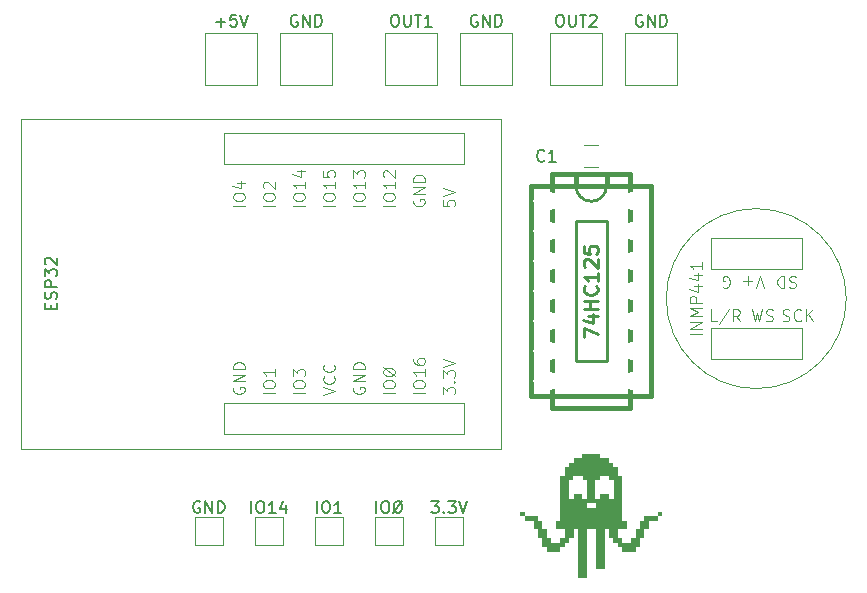
<source format=gto>
%TF.GenerationSoftware,KiCad,Pcbnew,7.0.2*%
%TF.CreationDate,2023-05-01T19:45:28-04:00*%
%TF.ProjectId,esp32cam,65737033-3263-4616-9d2e-6b696361645f,rev?*%
%TF.SameCoordinates,Original*%
%TF.FileFunction,Legend,Top*%
%TF.FilePolarity,Positive*%
%FSLAX46Y46*%
G04 Gerber Fmt 4.6, Leading zero omitted, Abs format (unit mm)*
G04 Created by KiCad (PCBNEW 7.0.2) date 2023-05-01 19:45:28*
%MOMM*%
%LPD*%
G01*
G04 APERTURE LIST*
%ADD10C,0.150000*%
%ADD11C,0.100000*%
%ADD12C,0.240000*%
%ADD13C,0.120000*%
%ADD14C,0.381000*%
%ADD15C,0.254000*%
%ADD16R,2.000000X2.000000*%
%ADD17C,8.000000*%
%ADD18R,4.000000X4.000000*%
%ADD19R,1.700000X1.700000*%
%ADD20O,1.700000X1.700000*%
%ADD21C,1.700000*%
%ADD22C,1.600000*%
%ADD23O,2.200000X1.500000*%
G04 APERTURE END LIST*
D10*
%TO.C,3.3V*%
X123618810Y-88269619D02*
X124237857Y-88269619D01*
X124237857Y-88269619D02*
X123904524Y-88650571D01*
X123904524Y-88650571D02*
X124047381Y-88650571D01*
X124047381Y-88650571D02*
X124142619Y-88698190D01*
X124142619Y-88698190D02*
X124190238Y-88745809D01*
X124190238Y-88745809D02*
X124237857Y-88841047D01*
X124237857Y-88841047D02*
X124237857Y-89079142D01*
X124237857Y-89079142D02*
X124190238Y-89174380D01*
X124190238Y-89174380D02*
X124142619Y-89222000D01*
X124142619Y-89222000D02*
X124047381Y-89269619D01*
X124047381Y-89269619D02*
X123761667Y-89269619D01*
X123761667Y-89269619D02*
X123666429Y-89222000D01*
X123666429Y-89222000D02*
X123618810Y-89174380D01*
X124666429Y-89174380D02*
X124714048Y-89222000D01*
X124714048Y-89222000D02*
X124666429Y-89269619D01*
X124666429Y-89269619D02*
X124618810Y-89222000D01*
X124618810Y-89222000D02*
X124666429Y-89174380D01*
X124666429Y-89174380D02*
X124666429Y-89269619D01*
X125047381Y-88269619D02*
X125666428Y-88269619D01*
X125666428Y-88269619D02*
X125333095Y-88650571D01*
X125333095Y-88650571D02*
X125475952Y-88650571D01*
X125475952Y-88650571D02*
X125571190Y-88698190D01*
X125571190Y-88698190D02*
X125618809Y-88745809D01*
X125618809Y-88745809D02*
X125666428Y-88841047D01*
X125666428Y-88841047D02*
X125666428Y-89079142D01*
X125666428Y-89079142D02*
X125618809Y-89174380D01*
X125618809Y-89174380D02*
X125571190Y-89222000D01*
X125571190Y-89222000D02*
X125475952Y-89269619D01*
X125475952Y-89269619D02*
X125190238Y-89269619D01*
X125190238Y-89269619D02*
X125095000Y-89222000D01*
X125095000Y-89222000D02*
X125047381Y-89174380D01*
X125952143Y-88269619D02*
X126285476Y-89269619D01*
X126285476Y-89269619D02*
X126618809Y-88269619D01*
%TO.C,IO\u00D8*%
X118967381Y-89269619D02*
X118967381Y-88269619D01*
X119634047Y-88269619D02*
X119824523Y-88269619D01*
X119824523Y-88269619D02*
X119919761Y-88317238D01*
X119919761Y-88317238D02*
X120014999Y-88412476D01*
X120014999Y-88412476D02*
X120062618Y-88602952D01*
X120062618Y-88602952D02*
X120062618Y-88936285D01*
X120062618Y-88936285D02*
X120014999Y-89126761D01*
X120014999Y-89126761D02*
X119919761Y-89222000D01*
X119919761Y-89222000D02*
X119824523Y-89269619D01*
X119824523Y-89269619D02*
X119634047Y-89269619D01*
X119634047Y-89269619D02*
X119538809Y-89222000D01*
X119538809Y-89222000D02*
X119443571Y-89126761D01*
X119443571Y-89126761D02*
X119395952Y-88936285D01*
X119395952Y-88936285D02*
X119395952Y-88602952D01*
X119395952Y-88602952D02*
X119443571Y-88412476D01*
X119443571Y-88412476D02*
X119538809Y-88317238D01*
X119538809Y-88317238D02*
X119634047Y-88269619D01*
X121157856Y-88269619D02*
X120395952Y-89269619D01*
X120681666Y-89269619D02*
X120586428Y-89222000D01*
X120586428Y-89222000D02*
X120491190Y-89126761D01*
X120491190Y-89126761D02*
X120443571Y-88936285D01*
X120443571Y-88936285D02*
X120443571Y-88602952D01*
X120443571Y-88602952D02*
X120491190Y-88412476D01*
X120491190Y-88412476D02*
X120586428Y-88317238D01*
X120586428Y-88317238D02*
X120681666Y-88269619D01*
X120681666Y-88269619D02*
X120872142Y-88269619D01*
X120872142Y-88269619D02*
X120967380Y-88317238D01*
X120967380Y-88317238D02*
X121062618Y-88412476D01*
X121062618Y-88412476D02*
X121110237Y-88602952D01*
X121110237Y-88602952D02*
X121110237Y-88936285D01*
X121110237Y-88936285D02*
X121062618Y-89126761D01*
X121062618Y-89126761D02*
X120967380Y-89222000D01*
X120967380Y-89222000D02*
X120872142Y-89269619D01*
X120872142Y-89269619D02*
X120681666Y-89269619D01*
%TO.C,IO14*%
X108378810Y-89269619D02*
X108378810Y-88269619D01*
X109045476Y-88269619D02*
X109235952Y-88269619D01*
X109235952Y-88269619D02*
X109331190Y-88317238D01*
X109331190Y-88317238D02*
X109426428Y-88412476D01*
X109426428Y-88412476D02*
X109474047Y-88602952D01*
X109474047Y-88602952D02*
X109474047Y-88936285D01*
X109474047Y-88936285D02*
X109426428Y-89126761D01*
X109426428Y-89126761D02*
X109331190Y-89222000D01*
X109331190Y-89222000D02*
X109235952Y-89269619D01*
X109235952Y-89269619D02*
X109045476Y-89269619D01*
X109045476Y-89269619D02*
X108950238Y-89222000D01*
X108950238Y-89222000D02*
X108855000Y-89126761D01*
X108855000Y-89126761D02*
X108807381Y-88936285D01*
X108807381Y-88936285D02*
X108807381Y-88602952D01*
X108807381Y-88602952D02*
X108855000Y-88412476D01*
X108855000Y-88412476D02*
X108950238Y-88317238D01*
X108950238Y-88317238D02*
X109045476Y-88269619D01*
X110426428Y-89269619D02*
X109855000Y-89269619D01*
X110140714Y-89269619D02*
X110140714Y-88269619D01*
X110140714Y-88269619D02*
X110045476Y-88412476D01*
X110045476Y-88412476D02*
X109950238Y-88507714D01*
X109950238Y-88507714D02*
X109855000Y-88555333D01*
X111283571Y-88602952D02*
X111283571Y-89269619D01*
X111045476Y-88222000D02*
X110807381Y-88936285D01*
X110807381Y-88936285D02*
X111426428Y-88936285D01*
%TO.C,GND*%
X141478095Y-47135238D02*
X141382857Y-47087619D01*
X141382857Y-47087619D02*
X141240000Y-47087619D01*
X141240000Y-47087619D02*
X141097143Y-47135238D01*
X141097143Y-47135238D02*
X141001905Y-47230476D01*
X141001905Y-47230476D02*
X140954286Y-47325714D01*
X140954286Y-47325714D02*
X140906667Y-47516190D01*
X140906667Y-47516190D02*
X140906667Y-47659047D01*
X140906667Y-47659047D02*
X140954286Y-47849523D01*
X140954286Y-47849523D02*
X141001905Y-47944761D01*
X141001905Y-47944761D02*
X141097143Y-48040000D01*
X141097143Y-48040000D02*
X141240000Y-48087619D01*
X141240000Y-48087619D02*
X141335238Y-48087619D01*
X141335238Y-48087619D02*
X141478095Y-48040000D01*
X141478095Y-48040000D02*
X141525714Y-47992380D01*
X141525714Y-47992380D02*
X141525714Y-47659047D01*
X141525714Y-47659047D02*
X141335238Y-47659047D01*
X141954286Y-48087619D02*
X141954286Y-47087619D01*
X141954286Y-47087619D02*
X142525714Y-48087619D01*
X142525714Y-48087619D02*
X142525714Y-47087619D01*
X143001905Y-48087619D02*
X143001905Y-47087619D01*
X143001905Y-47087619D02*
X143240000Y-47087619D01*
X143240000Y-47087619D02*
X143382857Y-47135238D01*
X143382857Y-47135238D02*
X143478095Y-47230476D01*
X143478095Y-47230476D02*
X143525714Y-47325714D01*
X143525714Y-47325714D02*
X143573333Y-47516190D01*
X143573333Y-47516190D02*
X143573333Y-47659047D01*
X143573333Y-47659047D02*
X143525714Y-47849523D01*
X143525714Y-47849523D02*
X143478095Y-47944761D01*
X143478095Y-47944761D02*
X143382857Y-48040000D01*
X143382857Y-48040000D02*
X143240000Y-48087619D01*
X143240000Y-48087619D02*
X143001905Y-48087619D01*
%TO.C,+5V*%
X105394286Y-47706666D02*
X106156191Y-47706666D01*
X105775238Y-48087619D02*
X105775238Y-47325714D01*
X107108571Y-47087619D02*
X106632381Y-47087619D01*
X106632381Y-47087619D02*
X106584762Y-47563809D01*
X106584762Y-47563809D02*
X106632381Y-47516190D01*
X106632381Y-47516190D02*
X106727619Y-47468571D01*
X106727619Y-47468571D02*
X106965714Y-47468571D01*
X106965714Y-47468571D02*
X107060952Y-47516190D01*
X107060952Y-47516190D02*
X107108571Y-47563809D01*
X107108571Y-47563809D02*
X107156190Y-47659047D01*
X107156190Y-47659047D02*
X107156190Y-47897142D01*
X107156190Y-47897142D02*
X107108571Y-47992380D01*
X107108571Y-47992380D02*
X107060952Y-48040000D01*
X107060952Y-48040000D02*
X106965714Y-48087619D01*
X106965714Y-48087619D02*
X106727619Y-48087619D01*
X106727619Y-48087619D02*
X106632381Y-48040000D01*
X106632381Y-48040000D02*
X106584762Y-47992380D01*
X107441905Y-47087619D02*
X107775238Y-48087619D01*
X107775238Y-48087619D02*
X108108571Y-47087619D01*
%TO.C,OUT1*%
X120443809Y-47087619D02*
X120634285Y-47087619D01*
X120634285Y-47087619D02*
X120729523Y-47135238D01*
X120729523Y-47135238D02*
X120824761Y-47230476D01*
X120824761Y-47230476D02*
X120872380Y-47420952D01*
X120872380Y-47420952D02*
X120872380Y-47754285D01*
X120872380Y-47754285D02*
X120824761Y-47944761D01*
X120824761Y-47944761D02*
X120729523Y-48040000D01*
X120729523Y-48040000D02*
X120634285Y-48087619D01*
X120634285Y-48087619D02*
X120443809Y-48087619D01*
X120443809Y-48087619D02*
X120348571Y-48040000D01*
X120348571Y-48040000D02*
X120253333Y-47944761D01*
X120253333Y-47944761D02*
X120205714Y-47754285D01*
X120205714Y-47754285D02*
X120205714Y-47420952D01*
X120205714Y-47420952D02*
X120253333Y-47230476D01*
X120253333Y-47230476D02*
X120348571Y-47135238D01*
X120348571Y-47135238D02*
X120443809Y-47087619D01*
X121300952Y-47087619D02*
X121300952Y-47897142D01*
X121300952Y-47897142D02*
X121348571Y-47992380D01*
X121348571Y-47992380D02*
X121396190Y-48040000D01*
X121396190Y-48040000D02*
X121491428Y-48087619D01*
X121491428Y-48087619D02*
X121681904Y-48087619D01*
X121681904Y-48087619D02*
X121777142Y-48040000D01*
X121777142Y-48040000D02*
X121824761Y-47992380D01*
X121824761Y-47992380D02*
X121872380Y-47897142D01*
X121872380Y-47897142D02*
X121872380Y-47087619D01*
X122205714Y-47087619D02*
X122777142Y-47087619D01*
X122491428Y-48087619D02*
X122491428Y-47087619D01*
X123634285Y-48087619D02*
X123062857Y-48087619D01*
X123348571Y-48087619D02*
X123348571Y-47087619D01*
X123348571Y-47087619D02*
X123253333Y-47230476D01*
X123253333Y-47230476D02*
X123158095Y-47325714D01*
X123158095Y-47325714D02*
X123062857Y-47373333D01*
%TO.C,ESP32*%
X91378809Y-71992856D02*
X91378809Y-71659523D01*
X91902619Y-71516666D02*
X91902619Y-71992856D01*
X91902619Y-71992856D02*
X90902619Y-71992856D01*
X90902619Y-71992856D02*
X90902619Y-71516666D01*
X91855000Y-71135713D02*
X91902619Y-70992856D01*
X91902619Y-70992856D02*
X91902619Y-70754761D01*
X91902619Y-70754761D02*
X91855000Y-70659523D01*
X91855000Y-70659523D02*
X91807380Y-70611904D01*
X91807380Y-70611904D02*
X91712142Y-70564285D01*
X91712142Y-70564285D02*
X91616904Y-70564285D01*
X91616904Y-70564285D02*
X91521666Y-70611904D01*
X91521666Y-70611904D02*
X91474047Y-70659523D01*
X91474047Y-70659523D02*
X91426428Y-70754761D01*
X91426428Y-70754761D02*
X91378809Y-70945237D01*
X91378809Y-70945237D02*
X91331190Y-71040475D01*
X91331190Y-71040475D02*
X91283571Y-71088094D01*
X91283571Y-71088094D02*
X91188333Y-71135713D01*
X91188333Y-71135713D02*
X91093095Y-71135713D01*
X91093095Y-71135713D02*
X90997857Y-71088094D01*
X90997857Y-71088094D02*
X90950238Y-71040475D01*
X90950238Y-71040475D02*
X90902619Y-70945237D01*
X90902619Y-70945237D02*
X90902619Y-70707142D01*
X90902619Y-70707142D02*
X90950238Y-70564285D01*
X91902619Y-70135713D02*
X90902619Y-70135713D01*
X90902619Y-70135713D02*
X90902619Y-69754761D01*
X90902619Y-69754761D02*
X90950238Y-69659523D01*
X90950238Y-69659523D02*
X90997857Y-69611904D01*
X90997857Y-69611904D02*
X91093095Y-69564285D01*
X91093095Y-69564285D02*
X91235952Y-69564285D01*
X91235952Y-69564285D02*
X91331190Y-69611904D01*
X91331190Y-69611904D02*
X91378809Y-69659523D01*
X91378809Y-69659523D02*
X91426428Y-69754761D01*
X91426428Y-69754761D02*
X91426428Y-70135713D01*
X90902619Y-69230951D02*
X90902619Y-68611904D01*
X90902619Y-68611904D02*
X91283571Y-68945237D01*
X91283571Y-68945237D02*
X91283571Y-68802380D01*
X91283571Y-68802380D02*
X91331190Y-68707142D01*
X91331190Y-68707142D02*
X91378809Y-68659523D01*
X91378809Y-68659523D02*
X91474047Y-68611904D01*
X91474047Y-68611904D02*
X91712142Y-68611904D01*
X91712142Y-68611904D02*
X91807380Y-68659523D01*
X91807380Y-68659523D02*
X91855000Y-68707142D01*
X91855000Y-68707142D02*
X91902619Y-68802380D01*
X91902619Y-68802380D02*
X91902619Y-69088094D01*
X91902619Y-69088094D02*
X91855000Y-69183332D01*
X91855000Y-69183332D02*
X91807380Y-69230951D01*
X90997857Y-68230951D02*
X90950238Y-68183332D01*
X90950238Y-68183332D02*
X90902619Y-68088094D01*
X90902619Y-68088094D02*
X90902619Y-67849999D01*
X90902619Y-67849999D02*
X90950238Y-67754761D01*
X90950238Y-67754761D02*
X90997857Y-67707142D01*
X90997857Y-67707142D02*
X91093095Y-67659523D01*
X91093095Y-67659523D02*
X91188333Y-67659523D01*
X91188333Y-67659523D02*
X91331190Y-67707142D01*
X91331190Y-67707142D02*
X91902619Y-68278570D01*
X91902619Y-68278570D02*
X91902619Y-67659523D01*
D11*
X117987619Y-63261904D02*
X116987619Y-63261904D01*
X116987619Y-62595238D02*
X116987619Y-62404762D01*
X116987619Y-62404762D02*
X117035238Y-62309524D01*
X117035238Y-62309524D02*
X117130476Y-62214286D01*
X117130476Y-62214286D02*
X117320952Y-62166667D01*
X117320952Y-62166667D02*
X117654285Y-62166667D01*
X117654285Y-62166667D02*
X117844761Y-62214286D01*
X117844761Y-62214286D02*
X117940000Y-62309524D01*
X117940000Y-62309524D02*
X117987619Y-62404762D01*
X117987619Y-62404762D02*
X117987619Y-62595238D01*
X117987619Y-62595238D02*
X117940000Y-62690476D01*
X117940000Y-62690476D02*
X117844761Y-62785714D01*
X117844761Y-62785714D02*
X117654285Y-62833333D01*
X117654285Y-62833333D02*
X117320952Y-62833333D01*
X117320952Y-62833333D02*
X117130476Y-62785714D01*
X117130476Y-62785714D02*
X117035238Y-62690476D01*
X117035238Y-62690476D02*
X116987619Y-62595238D01*
X117987619Y-61214286D02*
X117987619Y-61785714D01*
X117987619Y-61500000D02*
X116987619Y-61500000D01*
X116987619Y-61500000D02*
X117130476Y-61595238D01*
X117130476Y-61595238D02*
X117225714Y-61690476D01*
X117225714Y-61690476D02*
X117273333Y-61785714D01*
X116987619Y-60880952D02*
X116987619Y-60261905D01*
X116987619Y-60261905D02*
X117368571Y-60595238D01*
X117368571Y-60595238D02*
X117368571Y-60452381D01*
X117368571Y-60452381D02*
X117416190Y-60357143D01*
X117416190Y-60357143D02*
X117463809Y-60309524D01*
X117463809Y-60309524D02*
X117559047Y-60261905D01*
X117559047Y-60261905D02*
X117797142Y-60261905D01*
X117797142Y-60261905D02*
X117892380Y-60309524D01*
X117892380Y-60309524D02*
X117940000Y-60357143D01*
X117940000Y-60357143D02*
X117987619Y-60452381D01*
X117987619Y-60452381D02*
X117987619Y-60738095D01*
X117987619Y-60738095D02*
X117940000Y-60833333D01*
X117940000Y-60833333D02*
X117892380Y-60880952D01*
X112907619Y-63261904D02*
X111907619Y-63261904D01*
X111907619Y-62595238D02*
X111907619Y-62404762D01*
X111907619Y-62404762D02*
X111955238Y-62309524D01*
X111955238Y-62309524D02*
X112050476Y-62214286D01*
X112050476Y-62214286D02*
X112240952Y-62166667D01*
X112240952Y-62166667D02*
X112574285Y-62166667D01*
X112574285Y-62166667D02*
X112764761Y-62214286D01*
X112764761Y-62214286D02*
X112860000Y-62309524D01*
X112860000Y-62309524D02*
X112907619Y-62404762D01*
X112907619Y-62404762D02*
X112907619Y-62595238D01*
X112907619Y-62595238D02*
X112860000Y-62690476D01*
X112860000Y-62690476D02*
X112764761Y-62785714D01*
X112764761Y-62785714D02*
X112574285Y-62833333D01*
X112574285Y-62833333D02*
X112240952Y-62833333D01*
X112240952Y-62833333D02*
X112050476Y-62785714D01*
X112050476Y-62785714D02*
X111955238Y-62690476D01*
X111955238Y-62690476D02*
X111907619Y-62595238D01*
X112907619Y-61214286D02*
X112907619Y-61785714D01*
X112907619Y-61500000D02*
X111907619Y-61500000D01*
X111907619Y-61500000D02*
X112050476Y-61595238D01*
X112050476Y-61595238D02*
X112145714Y-61690476D01*
X112145714Y-61690476D02*
X112193333Y-61785714D01*
X112240952Y-60357143D02*
X112907619Y-60357143D01*
X111860000Y-60595238D02*
X112574285Y-60833333D01*
X112574285Y-60833333D02*
X112574285Y-60214286D01*
X112907619Y-79136904D02*
X111907619Y-79136904D01*
X111907619Y-78470238D02*
X111907619Y-78279762D01*
X111907619Y-78279762D02*
X111955238Y-78184524D01*
X111955238Y-78184524D02*
X112050476Y-78089286D01*
X112050476Y-78089286D02*
X112240952Y-78041667D01*
X112240952Y-78041667D02*
X112574285Y-78041667D01*
X112574285Y-78041667D02*
X112764761Y-78089286D01*
X112764761Y-78089286D02*
X112860000Y-78184524D01*
X112860000Y-78184524D02*
X112907619Y-78279762D01*
X112907619Y-78279762D02*
X112907619Y-78470238D01*
X112907619Y-78470238D02*
X112860000Y-78565476D01*
X112860000Y-78565476D02*
X112764761Y-78660714D01*
X112764761Y-78660714D02*
X112574285Y-78708333D01*
X112574285Y-78708333D02*
X112240952Y-78708333D01*
X112240952Y-78708333D02*
X112050476Y-78660714D01*
X112050476Y-78660714D02*
X111955238Y-78565476D01*
X111955238Y-78565476D02*
X111907619Y-78470238D01*
X111907619Y-77708333D02*
X111907619Y-77089286D01*
X111907619Y-77089286D02*
X112288571Y-77422619D01*
X112288571Y-77422619D02*
X112288571Y-77279762D01*
X112288571Y-77279762D02*
X112336190Y-77184524D01*
X112336190Y-77184524D02*
X112383809Y-77136905D01*
X112383809Y-77136905D02*
X112479047Y-77089286D01*
X112479047Y-77089286D02*
X112717142Y-77089286D01*
X112717142Y-77089286D02*
X112812380Y-77136905D01*
X112812380Y-77136905D02*
X112860000Y-77184524D01*
X112860000Y-77184524D02*
X112907619Y-77279762D01*
X112907619Y-77279762D02*
X112907619Y-77565476D01*
X112907619Y-77565476D02*
X112860000Y-77660714D01*
X112860000Y-77660714D02*
X112812380Y-77708333D01*
X110367619Y-79136904D02*
X109367619Y-79136904D01*
X109367619Y-78470238D02*
X109367619Y-78279762D01*
X109367619Y-78279762D02*
X109415238Y-78184524D01*
X109415238Y-78184524D02*
X109510476Y-78089286D01*
X109510476Y-78089286D02*
X109700952Y-78041667D01*
X109700952Y-78041667D02*
X110034285Y-78041667D01*
X110034285Y-78041667D02*
X110224761Y-78089286D01*
X110224761Y-78089286D02*
X110320000Y-78184524D01*
X110320000Y-78184524D02*
X110367619Y-78279762D01*
X110367619Y-78279762D02*
X110367619Y-78470238D01*
X110367619Y-78470238D02*
X110320000Y-78565476D01*
X110320000Y-78565476D02*
X110224761Y-78660714D01*
X110224761Y-78660714D02*
X110034285Y-78708333D01*
X110034285Y-78708333D02*
X109700952Y-78708333D01*
X109700952Y-78708333D02*
X109510476Y-78660714D01*
X109510476Y-78660714D02*
X109415238Y-78565476D01*
X109415238Y-78565476D02*
X109367619Y-78470238D01*
X110367619Y-77089286D02*
X110367619Y-77660714D01*
X110367619Y-77375000D02*
X109367619Y-77375000D01*
X109367619Y-77375000D02*
X109510476Y-77470238D01*
X109510476Y-77470238D02*
X109605714Y-77565476D01*
X109605714Y-77565476D02*
X109653333Y-77660714D01*
X120527619Y-79136904D02*
X119527619Y-79136904D01*
X119527619Y-78470238D02*
X119527619Y-78279762D01*
X119527619Y-78279762D02*
X119575238Y-78184524D01*
X119575238Y-78184524D02*
X119670476Y-78089286D01*
X119670476Y-78089286D02*
X119860952Y-78041667D01*
X119860952Y-78041667D02*
X120194285Y-78041667D01*
X120194285Y-78041667D02*
X120384761Y-78089286D01*
X120384761Y-78089286D02*
X120480000Y-78184524D01*
X120480000Y-78184524D02*
X120527619Y-78279762D01*
X120527619Y-78279762D02*
X120527619Y-78470238D01*
X120527619Y-78470238D02*
X120480000Y-78565476D01*
X120480000Y-78565476D02*
X120384761Y-78660714D01*
X120384761Y-78660714D02*
X120194285Y-78708333D01*
X120194285Y-78708333D02*
X119860952Y-78708333D01*
X119860952Y-78708333D02*
X119670476Y-78660714D01*
X119670476Y-78660714D02*
X119575238Y-78565476D01*
X119575238Y-78565476D02*
X119527619Y-78470238D01*
X119527619Y-76946429D02*
X120527619Y-77708333D01*
X120527619Y-77422619D02*
X120480000Y-77517857D01*
X120480000Y-77517857D02*
X120384761Y-77613095D01*
X120384761Y-77613095D02*
X120194285Y-77660714D01*
X120194285Y-77660714D02*
X119860952Y-77660714D01*
X119860952Y-77660714D02*
X119670476Y-77613095D01*
X119670476Y-77613095D02*
X119575238Y-77517857D01*
X119575238Y-77517857D02*
X119527619Y-77422619D01*
X119527619Y-77422619D02*
X119527619Y-77232143D01*
X119527619Y-77232143D02*
X119575238Y-77136905D01*
X119575238Y-77136905D02*
X119670476Y-77041667D01*
X119670476Y-77041667D02*
X119860952Y-76994048D01*
X119860952Y-76994048D02*
X120194285Y-76994048D01*
X120194285Y-76994048D02*
X120384761Y-77041667D01*
X120384761Y-77041667D02*
X120480000Y-77136905D01*
X120480000Y-77136905D02*
X120527619Y-77232143D01*
X120527619Y-77232143D02*
X120527619Y-77422619D01*
X124607619Y-79232142D02*
X124607619Y-78613095D01*
X124607619Y-78613095D02*
X124988571Y-78946428D01*
X124988571Y-78946428D02*
X124988571Y-78803571D01*
X124988571Y-78803571D02*
X125036190Y-78708333D01*
X125036190Y-78708333D02*
X125083809Y-78660714D01*
X125083809Y-78660714D02*
X125179047Y-78613095D01*
X125179047Y-78613095D02*
X125417142Y-78613095D01*
X125417142Y-78613095D02*
X125512380Y-78660714D01*
X125512380Y-78660714D02*
X125560000Y-78708333D01*
X125560000Y-78708333D02*
X125607619Y-78803571D01*
X125607619Y-78803571D02*
X125607619Y-79089285D01*
X125607619Y-79089285D02*
X125560000Y-79184523D01*
X125560000Y-79184523D02*
X125512380Y-79232142D01*
X125512380Y-78184523D02*
X125560000Y-78136904D01*
X125560000Y-78136904D02*
X125607619Y-78184523D01*
X125607619Y-78184523D02*
X125560000Y-78232142D01*
X125560000Y-78232142D02*
X125512380Y-78184523D01*
X125512380Y-78184523D02*
X125607619Y-78184523D01*
X124607619Y-77803571D02*
X124607619Y-77184524D01*
X124607619Y-77184524D02*
X124988571Y-77517857D01*
X124988571Y-77517857D02*
X124988571Y-77375000D01*
X124988571Y-77375000D02*
X125036190Y-77279762D01*
X125036190Y-77279762D02*
X125083809Y-77232143D01*
X125083809Y-77232143D02*
X125179047Y-77184524D01*
X125179047Y-77184524D02*
X125417142Y-77184524D01*
X125417142Y-77184524D02*
X125512380Y-77232143D01*
X125512380Y-77232143D02*
X125560000Y-77279762D01*
X125560000Y-77279762D02*
X125607619Y-77375000D01*
X125607619Y-77375000D02*
X125607619Y-77660714D01*
X125607619Y-77660714D02*
X125560000Y-77755952D01*
X125560000Y-77755952D02*
X125512380Y-77803571D01*
X124607619Y-76898809D02*
X125607619Y-76565476D01*
X125607619Y-76565476D02*
X124607619Y-76232143D01*
X114447619Y-79279761D02*
X115447619Y-78946428D01*
X115447619Y-78946428D02*
X114447619Y-78613095D01*
X115352380Y-77708333D02*
X115400000Y-77755952D01*
X115400000Y-77755952D02*
X115447619Y-77898809D01*
X115447619Y-77898809D02*
X115447619Y-77994047D01*
X115447619Y-77994047D02*
X115400000Y-78136904D01*
X115400000Y-78136904D02*
X115304761Y-78232142D01*
X115304761Y-78232142D02*
X115209523Y-78279761D01*
X115209523Y-78279761D02*
X115019047Y-78327380D01*
X115019047Y-78327380D02*
X114876190Y-78327380D01*
X114876190Y-78327380D02*
X114685714Y-78279761D01*
X114685714Y-78279761D02*
X114590476Y-78232142D01*
X114590476Y-78232142D02*
X114495238Y-78136904D01*
X114495238Y-78136904D02*
X114447619Y-77994047D01*
X114447619Y-77994047D02*
X114447619Y-77898809D01*
X114447619Y-77898809D02*
X114495238Y-77755952D01*
X114495238Y-77755952D02*
X114542857Y-77708333D01*
X115352380Y-76708333D02*
X115400000Y-76755952D01*
X115400000Y-76755952D02*
X115447619Y-76898809D01*
X115447619Y-76898809D02*
X115447619Y-76994047D01*
X115447619Y-76994047D02*
X115400000Y-77136904D01*
X115400000Y-77136904D02*
X115304761Y-77232142D01*
X115304761Y-77232142D02*
X115209523Y-77279761D01*
X115209523Y-77279761D02*
X115019047Y-77327380D01*
X115019047Y-77327380D02*
X114876190Y-77327380D01*
X114876190Y-77327380D02*
X114685714Y-77279761D01*
X114685714Y-77279761D02*
X114590476Y-77232142D01*
X114590476Y-77232142D02*
X114495238Y-77136904D01*
X114495238Y-77136904D02*
X114447619Y-76994047D01*
X114447619Y-76994047D02*
X114447619Y-76898809D01*
X114447619Y-76898809D02*
X114495238Y-76755952D01*
X114495238Y-76755952D02*
X114542857Y-76708333D01*
X120527619Y-63261904D02*
X119527619Y-63261904D01*
X119527619Y-62595238D02*
X119527619Y-62404762D01*
X119527619Y-62404762D02*
X119575238Y-62309524D01*
X119575238Y-62309524D02*
X119670476Y-62214286D01*
X119670476Y-62214286D02*
X119860952Y-62166667D01*
X119860952Y-62166667D02*
X120194285Y-62166667D01*
X120194285Y-62166667D02*
X120384761Y-62214286D01*
X120384761Y-62214286D02*
X120480000Y-62309524D01*
X120480000Y-62309524D02*
X120527619Y-62404762D01*
X120527619Y-62404762D02*
X120527619Y-62595238D01*
X120527619Y-62595238D02*
X120480000Y-62690476D01*
X120480000Y-62690476D02*
X120384761Y-62785714D01*
X120384761Y-62785714D02*
X120194285Y-62833333D01*
X120194285Y-62833333D02*
X119860952Y-62833333D01*
X119860952Y-62833333D02*
X119670476Y-62785714D01*
X119670476Y-62785714D02*
X119575238Y-62690476D01*
X119575238Y-62690476D02*
X119527619Y-62595238D01*
X120527619Y-61214286D02*
X120527619Y-61785714D01*
X120527619Y-61500000D02*
X119527619Y-61500000D01*
X119527619Y-61500000D02*
X119670476Y-61595238D01*
X119670476Y-61595238D02*
X119765714Y-61690476D01*
X119765714Y-61690476D02*
X119813333Y-61785714D01*
X119622857Y-60833333D02*
X119575238Y-60785714D01*
X119575238Y-60785714D02*
X119527619Y-60690476D01*
X119527619Y-60690476D02*
X119527619Y-60452381D01*
X119527619Y-60452381D02*
X119575238Y-60357143D01*
X119575238Y-60357143D02*
X119622857Y-60309524D01*
X119622857Y-60309524D02*
X119718095Y-60261905D01*
X119718095Y-60261905D02*
X119813333Y-60261905D01*
X119813333Y-60261905D02*
X119956190Y-60309524D01*
X119956190Y-60309524D02*
X120527619Y-60880952D01*
X120527619Y-60880952D02*
X120527619Y-60261905D01*
X117035238Y-78613095D02*
X116987619Y-78708333D01*
X116987619Y-78708333D02*
X116987619Y-78851190D01*
X116987619Y-78851190D02*
X117035238Y-78994047D01*
X117035238Y-78994047D02*
X117130476Y-79089285D01*
X117130476Y-79089285D02*
X117225714Y-79136904D01*
X117225714Y-79136904D02*
X117416190Y-79184523D01*
X117416190Y-79184523D02*
X117559047Y-79184523D01*
X117559047Y-79184523D02*
X117749523Y-79136904D01*
X117749523Y-79136904D02*
X117844761Y-79089285D01*
X117844761Y-79089285D02*
X117940000Y-78994047D01*
X117940000Y-78994047D02*
X117987619Y-78851190D01*
X117987619Y-78851190D02*
X117987619Y-78755952D01*
X117987619Y-78755952D02*
X117940000Y-78613095D01*
X117940000Y-78613095D02*
X117892380Y-78565476D01*
X117892380Y-78565476D02*
X117559047Y-78565476D01*
X117559047Y-78565476D02*
X117559047Y-78755952D01*
X117987619Y-78136904D02*
X116987619Y-78136904D01*
X116987619Y-78136904D02*
X117987619Y-77565476D01*
X117987619Y-77565476D02*
X116987619Y-77565476D01*
X117987619Y-77089285D02*
X116987619Y-77089285D01*
X116987619Y-77089285D02*
X116987619Y-76851190D01*
X116987619Y-76851190D02*
X117035238Y-76708333D01*
X117035238Y-76708333D02*
X117130476Y-76613095D01*
X117130476Y-76613095D02*
X117225714Y-76565476D01*
X117225714Y-76565476D02*
X117416190Y-76517857D01*
X117416190Y-76517857D02*
X117559047Y-76517857D01*
X117559047Y-76517857D02*
X117749523Y-76565476D01*
X117749523Y-76565476D02*
X117844761Y-76613095D01*
X117844761Y-76613095D02*
X117940000Y-76708333D01*
X117940000Y-76708333D02*
X117987619Y-76851190D01*
X117987619Y-76851190D02*
X117987619Y-77089285D01*
X110367619Y-63261904D02*
X109367619Y-63261904D01*
X109367619Y-62595238D02*
X109367619Y-62404762D01*
X109367619Y-62404762D02*
X109415238Y-62309524D01*
X109415238Y-62309524D02*
X109510476Y-62214286D01*
X109510476Y-62214286D02*
X109700952Y-62166667D01*
X109700952Y-62166667D02*
X110034285Y-62166667D01*
X110034285Y-62166667D02*
X110224761Y-62214286D01*
X110224761Y-62214286D02*
X110320000Y-62309524D01*
X110320000Y-62309524D02*
X110367619Y-62404762D01*
X110367619Y-62404762D02*
X110367619Y-62595238D01*
X110367619Y-62595238D02*
X110320000Y-62690476D01*
X110320000Y-62690476D02*
X110224761Y-62785714D01*
X110224761Y-62785714D02*
X110034285Y-62833333D01*
X110034285Y-62833333D02*
X109700952Y-62833333D01*
X109700952Y-62833333D02*
X109510476Y-62785714D01*
X109510476Y-62785714D02*
X109415238Y-62690476D01*
X109415238Y-62690476D02*
X109367619Y-62595238D01*
X109462857Y-61785714D02*
X109415238Y-61738095D01*
X109415238Y-61738095D02*
X109367619Y-61642857D01*
X109367619Y-61642857D02*
X109367619Y-61404762D01*
X109367619Y-61404762D02*
X109415238Y-61309524D01*
X109415238Y-61309524D02*
X109462857Y-61261905D01*
X109462857Y-61261905D02*
X109558095Y-61214286D01*
X109558095Y-61214286D02*
X109653333Y-61214286D01*
X109653333Y-61214286D02*
X109796190Y-61261905D01*
X109796190Y-61261905D02*
X110367619Y-61833333D01*
X110367619Y-61833333D02*
X110367619Y-61214286D01*
X124607619Y-62785714D02*
X124607619Y-63261904D01*
X124607619Y-63261904D02*
X125083809Y-63309523D01*
X125083809Y-63309523D02*
X125036190Y-63261904D01*
X125036190Y-63261904D02*
X124988571Y-63166666D01*
X124988571Y-63166666D02*
X124988571Y-62928571D01*
X124988571Y-62928571D02*
X125036190Y-62833333D01*
X125036190Y-62833333D02*
X125083809Y-62785714D01*
X125083809Y-62785714D02*
X125179047Y-62738095D01*
X125179047Y-62738095D02*
X125417142Y-62738095D01*
X125417142Y-62738095D02*
X125512380Y-62785714D01*
X125512380Y-62785714D02*
X125560000Y-62833333D01*
X125560000Y-62833333D02*
X125607619Y-62928571D01*
X125607619Y-62928571D02*
X125607619Y-63166666D01*
X125607619Y-63166666D02*
X125560000Y-63261904D01*
X125560000Y-63261904D02*
X125512380Y-63309523D01*
X124607619Y-62452380D02*
X125607619Y-62119047D01*
X125607619Y-62119047D02*
X124607619Y-61785714D01*
X123067619Y-79136904D02*
X122067619Y-79136904D01*
X122067619Y-78470238D02*
X122067619Y-78279762D01*
X122067619Y-78279762D02*
X122115238Y-78184524D01*
X122115238Y-78184524D02*
X122210476Y-78089286D01*
X122210476Y-78089286D02*
X122400952Y-78041667D01*
X122400952Y-78041667D02*
X122734285Y-78041667D01*
X122734285Y-78041667D02*
X122924761Y-78089286D01*
X122924761Y-78089286D02*
X123020000Y-78184524D01*
X123020000Y-78184524D02*
X123067619Y-78279762D01*
X123067619Y-78279762D02*
X123067619Y-78470238D01*
X123067619Y-78470238D02*
X123020000Y-78565476D01*
X123020000Y-78565476D02*
X122924761Y-78660714D01*
X122924761Y-78660714D02*
X122734285Y-78708333D01*
X122734285Y-78708333D02*
X122400952Y-78708333D01*
X122400952Y-78708333D02*
X122210476Y-78660714D01*
X122210476Y-78660714D02*
X122115238Y-78565476D01*
X122115238Y-78565476D02*
X122067619Y-78470238D01*
X123067619Y-77089286D02*
X123067619Y-77660714D01*
X123067619Y-77375000D02*
X122067619Y-77375000D01*
X122067619Y-77375000D02*
X122210476Y-77470238D01*
X122210476Y-77470238D02*
X122305714Y-77565476D01*
X122305714Y-77565476D02*
X122353333Y-77660714D01*
X122067619Y-76232143D02*
X122067619Y-76422619D01*
X122067619Y-76422619D02*
X122115238Y-76517857D01*
X122115238Y-76517857D02*
X122162857Y-76565476D01*
X122162857Y-76565476D02*
X122305714Y-76660714D01*
X122305714Y-76660714D02*
X122496190Y-76708333D01*
X122496190Y-76708333D02*
X122877142Y-76708333D01*
X122877142Y-76708333D02*
X122972380Y-76660714D01*
X122972380Y-76660714D02*
X123020000Y-76613095D01*
X123020000Y-76613095D02*
X123067619Y-76517857D01*
X123067619Y-76517857D02*
X123067619Y-76327381D01*
X123067619Y-76327381D02*
X123020000Y-76232143D01*
X123020000Y-76232143D02*
X122972380Y-76184524D01*
X122972380Y-76184524D02*
X122877142Y-76136905D01*
X122877142Y-76136905D02*
X122639047Y-76136905D01*
X122639047Y-76136905D02*
X122543809Y-76184524D01*
X122543809Y-76184524D02*
X122496190Y-76232143D01*
X122496190Y-76232143D02*
X122448571Y-76327381D01*
X122448571Y-76327381D02*
X122448571Y-76517857D01*
X122448571Y-76517857D02*
X122496190Y-76613095D01*
X122496190Y-76613095D02*
X122543809Y-76660714D01*
X122543809Y-76660714D02*
X122639047Y-76708333D01*
X122115238Y-62738095D02*
X122067619Y-62833333D01*
X122067619Y-62833333D02*
X122067619Y-62976190D01*
X122067619Y-62976190D02*
X122115238Y-63119047D01*
X122115238Y-63119047D02*
X122210476Y-63214285D01*
X122210476Y-63214285D02*
X122305714Y-63261904D01*
X122305714Y-63261904D02*
X122496190Y-63309523D01*
X122496190Y-63309523D02*
X122639047Y-63309523D01*
X122639047Y-63309523D02*
X122829523Y-63261904D01*
X122829523Y-63261904D02*
X122924761Y-63214285D01*
X122924761Y-63214285D02*
X123020000Y-63119047D01*
X123020000Y-63119047D02*
X123067619Y-62976190D01*
X123067619Y-62976190D02*
X123067619Y-62880952D01*
X123067619Y-62880952D02*
X123020000Y-62738095D01*
X123020000Y-62738095D02*
X122972380Y-62690476D01*
X122972380Y-62690476D02*
X122639047Y-62690476D01*
X122639047Y-62690476D02*
X122639047Y-62880952D01*
X123067619Y-62261904D02*
X122067619Y-62261904D01*
X122067619Y-62261904D02*
X123067619Y-61690476D01*
X123067619Y-61690476D02*
X122067619Y-61690476D01*
X123067619Y-61214285D02*
X122067619Y-61214285D01*
X122067619Y-61214285D02*
X122067619Y-60976190D01*
X122067619Y-60976190D02*
X122115238Y-60833333D01*
X122115238Y-60833333D02*
X122210476Y-60738095D01*
X122210476Y-60738095D02*
X122305714Y-60690476D01*
X122305714Y-60690476D02*
X122496190Y-60642857D01*
X122496190Y-60642857D02*
X122639047Y-60642857D01*
X122639047Y-60642857D02*
X122829523Y-60690476D01*
X122829523Y-60690476D02*
X122924761Y-60738095D01*
X122924761Y-60738095D02*
X123020000Y-60833333D01*
X123020000Y-60833333D02*
X123067619Y-60976190D01*
X123067619Y-60976190D02*
X123067619Y-61214285D01*
X115447619Y-63261904D02*
X114447619Y-63261904D01*
X114447619Y-62595238D02*
X114447619Y-62404762D01*
X114447619Y-62404762D02*
X114495238Y-62309524D01*
X114495238Y-62309524D02*
X114590476Y-62214286D01*
X114590476Y-62214286D02*
X114780952Y-62166667D01*
X114780952Y-62166667D02*
X115114285Y-62166667D01*
X115114285Y-62166667D02*
X115304761Y-62214286D01*
X115304761Y-62214286D02*
X115400000Y-62309524D01*
X115400000Y-62309524D02*
X115447619Y-62404762D01*
X115447619Y-62404762D02*
X115447619Y-62595238D01*
X115447619Y-62595238D02*
X115400000Y-62690476D01*
X115400000Y-62690476D02*
X115304761Y-62785714D01*
X115304761Y-62785714D02*
X115114285Y-62833333D01*
X115114285Y-62833333D02*
X114780952Y-62833333D01*
X114780952Y-62833333D02*
X114590476Y-62785714D01*
X114590476Y-62785714D02*
X114495238Y-62690476D01*
X114495238Y-62690476D02*
X114447619Y-62595238D01*
X115447619Y-61214286D02*
X115447619Y-61785714D01*
X115447619Y-61500000D02*
X114447619Y-61500000D01*
X114447619Y-61500000D02*
X114590476Y-61595238D01*
X114590476Y-61595238D02*
X114685714Y-61690476D01*
X114685714Y-61690476D02*
X114733333Y-61785714D01*
X114447619Y-60309524D02*
X114447619Y-60785714D01*
X114447619Y-60785714D02*
X114923809Y-60833333D01*
X114923809Y-60833333D02*
X114876190Y-60785714D01*
X114876190Y-60785714D02*
X114828571Y-60690476D01*
X114828571Y-60690476D02*
X114828571Y-60452381D01*
X114828571Y-60452381D02*
X114876190Y-60357143D01*
X114876190Y-60357143D02*
X114923809Y-60309524D01*
X114923809Y-60309524D02*
X115019047Y-60261905D01*
X115019047Y-60261905D02*
X115257142Y-60261905D01*
X115257142Y-60261905D02*
X115352380Y-60309524D01*
X115352380Y-60309524D02*
X115400000Y-60357143D01*
X115400000Y-60357143D02*
X115447619Y-60452381D01*
X115447619Y-60452381D02*
X115447619Y-60690476D01*
X115447619Y-60690476D02*
X115400000Y-60785714D01*
X115400000Y-60785714D02*
X115352380Y-60833333D01*
X106875238Y-78613095D02*
X106827619Y-78708333D01*
X106827619Y-78708333D02*
X106827619Y-78851190D01*
X106827619Y-78851190D02*
X106875238Y-78994047D01*
X106875238Y-78994047D02*
X106970476Y-79089285D01*
X106970476Y-79089285D02*
X107065714Y-79136904D01*
X107065714Y-79136904D02*
X107256190Y-79184523D01*
X107256190Y-79184523D02*
X107399047Y-79184523D01*
X107399047Y-79184523D02*
X107589523Y-79136904D01*
X107589523Y-79136904D02*
X107684761Y-79089285D01*
X107684761Y-79089285D02*
X107780000Y-78994047D01*
X107780000Y-78994047D02*
X107827619Y-78851190D01*
X107827619Y-78851190D02*
X107827619Y-78755952D01*
X107827619Y-78755952D02*
X107780000Y-78613095D01*
X107780000Y-78613095D02*
X107732380Y-78565476D01*
X107732380Y-78565476D02*
X107399047Y-78565476D01*
X107399047Y-78565476D02*
X107399047Y-78755952D01*
X107827619Y-78136904D02*
X106827619Y-78136904D01*
X106827619Y-78136904D02*
X107827619Y-77565476D01*
X107827619Y-77565476D02*
X106827619Y-77565476D01*
X107827619Y-77089285D02*
X106827619Y-77089285D01*
X106827619Y-77089285D02*
X106827619Y-76851190D01*
X106827619Y-76851190D02*
X106875238Y-76708333D01*
X106875238Y-76708333D02*
X106970476Y-76613095D01*
X106970476Y-76613095D02*
X107065714Y-76565476D01*
X107065714Y-76565476D02*
X107256190Y-76517857D01*
X107256190Y-76517857D02*
X107399047Y-76517857D01*
X107399047Y-76517857D02*
X107589523Y-76565476D01*
X107589523Y-76565476D02*
X107684761Y-76613095D01*
X107684761Y-76613095D02*
X107780000Y-76708333D01*
X107780000Y-76708333D02*
X107827619Y-76851190D01*
X107827619Y-76851190D02*
X107827619Y-77089285D01*
X107827619Y-63261904D02*
X106827619Y-63261904D01*
X106827619Y-62595238D02*
X106827619Y-62404762D01*
X106827619Y-62404762D02*
X106875238Y-62309524D01*
X106875238Y-62309524D02*
X106970476Y-62214286D01*
X106970476Y-62214286D02*
X107160952Y-62166667D01*
X107160952Y-62166667D02*
X107494285Y-62166667D01*
X107494285Y-62166667D02*
X107684761Y-62214286D01*
X107684761Y-62214286D02*
X107780000Y-62309524D01*
X107780000Y-62309524D02*
X107827619Y-62404762D01*
X107827619Y-62404762D02*
X107827619Y-62595238D01*
X107827619Y-62595238D02*
X107780000Y-62690476D01*
X107780000Y-62690476D02*
X107684761Y-62785714D01*
X107684761Y-62785714D02*
X107494285Y-62833333D01*
X107494285Y-62833333D02*
X107160952Y-62833333D01*
X107160952Y-62833333D02*
X106970476Y-62785714D01*
X106970476Y-62785714D02*
X106875238Y-62690476D01*
X106875238Y-62690476D02*
X106827619Y-62595238D01*
X107160952Y-61309524D02*
X107827619Y-61309524D01*
X106780000Y-61547619D02*
X107494285Y-61785714D01*
X107494285Y-61785714D02*
X107494285Y-61166667D01*
D10*
%TO.C,GND*%
X127508095Y-47135238D02*
X127412857Y-47087619D01*
X127412857Y-47087619D02*
X127270000Y-47087619D01*
X127270000Y-47087619D02*
X127127143Y-47135238D01*
X127127143Y-47135238D02*
X127031905Y-47230476D01*
X127031905Y-47230476D02*
X126984286Y-47325714D01*
X126984286Y-47325714D02*
X126936667Y-47516190D01*
X126936667Y-47516190D02*
X126936667Y-47659047D01*
X126936667Y-47659047D02*
X126984286Y-47849523D01*
X126984286Y-47849523D02*
X127031905Y-47944761D01*
X127031905Y-47944761D02*
X127127143Y-48040000D01*
X127127143Y-48040000D02*
X127270000Y-48087619D01*
X127270000Y-48087619D02*
X127365238Y-48087619D01*
X127365238Y-48087619D02*
X127508095Y-48040000D01*
X127508095Y-48040000D02*
X127555714Y-47992380D01*
X127555714Y-47992380D02*
X127555714Y-47659047D01*
X127555714Y-47659047D02*
X127365238Y-47659047D01*
X127984286Y-48087619D02*
X127984286Y-47087619D01*
X127984286Y-47087619D02*
X128555714Y-48087619D01*
X128555714Y-48087619D02*
X128555714Y-47087619D01*
X129031905Y-48087619D02*
X129031905Y-47087619D01*
X129031905Y-47087619D02*
X129270000Y-47087619D01*
X129270000Y-47087619D02*
X129412857Y-47135238D01*
X129412857Y-47135238D02*
X129508095Y-47230476D01*
X129508095Y-47230476D02*
X129555714Y-47325714D01*
X129555714Y-47325714D02*
X129603333Y-47516190D01*
X129603333Y-47516190D02*
X129603333Y-47659047D01*
X129603333Y-47659047D02*
X129555714Y-47849523D01*
X129555714Y-47849523D02*
X129508095Y-47944761D01*
X129508095Y-47944761D02*
X129412857Y-48040000D01*
X129412857Y-48040000D02*
X129270000Y-48087619D01*
X129270000Y-48087619D02*
X129031905Y-48087619D01*
D11*
%TO.C,INMP441*%
X146512619Y-74143808D02*
X145512619Y-74143808D01*
X146512619Y-73667618D02*
X145512619Y-73667618D01*
X145512619Y-73667618D02*
X146512619Y-73096190D01*
X146512619Y-73096190D02*
X145512619Y-73096190D01*
X146512619Y-72619999D02*
X145512619Y-72619999D01*
X145512619Y-72619999D02*
X146226904Y-72286666D01*
X146226904Y-72286666D02*
X145512619Y-71953333D01*
X145512619Y-71953333D02*
X146512619Y-71953333D01*
X146512619Y-71477142D02*
X145512619Y-71477142D01*
X145512619Y-71477142D02*
X145512619Y-71096190D01*
X145512619Y-71096190D02*
X145560238Y-71000952D01*
X145560238Y-71000952D02*
X145607857Y-70953333D01*
X145607857Y-70953333D02*
X145703095Y-70905714D01*
X145703095Y-70905714D02*
X145845952Y-70905714D01*
X145845952Y-70905714D02*
X145941190Y-70953333D01*
X145941190Y-70953333D02*
X145988809Y-71000952D01*
X145988809Y-71000952D02*
X146036428Y-71096190D01*
X146036428Y-71096190D02*
X146036428Y-71477142D01*
X145845952Y-70048571D02*
X146512619Y-70048571D01*
X145465000Y-70286666D02*
X146179285Y-70524761D01*
X146179285Y-70524761D02*
X146179285Y-69905714D01*
X145845952Y-69096190D02*
X146512619Y-69096190D01*
X145465000Y-69334285D02*
X146179285Y-69572380D01*
X146179285Y-69572380D02*
X146179285Y-68953333D01*
X146512619Y-68048571D02*
X146512619Y-68619999D01*
X146512619Y-68334285D02*
X145512619Y-68334285D01*
X145512619Y-68334285D02*
X145655476Y-68429523D01*
X145655476Y-68429523D02*
X145750714Y-68524761D01*
X145750714Y-68524761D02*
X145798333Y-68619999D01*
X147780285Y-73029619D02*
X147304095Y-73029619D01*
X147304095Y-73029619D02*
X147304095Y-72029619D01*
X148827904Y-71982000D02*
X147970762Y-73267714D01*
X149732666Y-73029619D02*
X149399333Y-72553428D01*
X149161238Y-73029619D02*
X149161238Y-72029619D01*
X149161238Y-72029619D02*
X149542190Y-72029619D01*
X149542190Y-72029619D02*
X149637428Y-72077238D01*
X149637428Y-72077238D02*
X149685047Y-72124857D01*
X149685047Y-72124857D02*
X149732666Y-72220095D01*
X149732666Y-72220095D02*
X149732666Y-72362952D01*
X149732666Y-72362952D02*
X149685047Y-72458190D01*
X149685047Y-72458190D02*
X149637428Y-72505809D01*
X149637428Y-72505809D02*
X149542190Y-72553428D01*
X149542190Y-72553428D02*
X149161238Y-72553428D01*
X148336095Y-70162761D02*
X148431333Y-70210380D01*
X148431333Y-70210380D02*
X148574190Y-70210380D01*
X148574190Y-70210380D02*
X148717047Y-70162761D01*
X148717047Y-70162761D02*
X148812285Y-70067523D01*
X148812285Y-70067523D02*
X148859904Y-69972285D01*
X148859904Y-69972285D02*
X148907523Y-69781809D01*
X148907523Y-69781809D02*
X148907523Y-69638952D01*
X148907523Y-69638952D02*
X148859904Y-69448476D01*
X148859904Y-69448476D02*
X148812285Y-69353238D01*
X148812285Y-69353238D02*
X148717047Y-69258000D01*
X148717047Y-69258000D02*
X148574190Y-69210380D01*
X148574190Y-69210380D02*
X148478952Y-69210380D01*
X148478952Y-69210380D02*
X148336095Y-69258000D01*
X148336095Y-69258000D02*
X148288476Y-69305619D01*
X148288476Y-69305619D02*
X148288476Y-69638952D01*
X148288476Y-69638952D02*
X148478952Y-69638952D01*
X154495523Y-69258000D02*
X154352666Y-69210380D01*
X154352666Y-69210380D02*
X154114571Y-69210380D01*
X154114571Y-69210380D02*
X154019333Y-69258000D01*
X154019333Y-69258000D02*
X153971714Y-69305619D01*
X153971714Y-69305619D02*
X153924095Y-69400857D01*
X153924095Y-69400857D02*
X153924095Y-69496095D01*
X153924095Y-69496095D02*
X153971714Y-69591333D01*
X153971714Y-69591333D02*
X154019333Y-69638952D01*
X154019333Y-69638952D02*
X154114571Y-69686571D01*
X154114571Y-69686571D02*
X154305047Y-69734190D01*
X154305047Y-69734190D02*
X154400285Y-69781809D01*
X154400285Y-69781809D02*
X154447904Y-69829428D01*
X154447904Y-69829428D02*
X154495523Y-69924666D01*
X154495523Y-69924666D02*
X154495523Y-70019904D01*
X154495523Y-70019904D02*
X154447904Y-70115142D01*
X154447904Y-70115142D02*
X154400285Y-70162761D01*
X154400285Y-70162761D02*
X154305047Y-70210380D01*
X154305047Y-70210380D02*
X154066952Y-70210380D01*
X154066952Y-70210380D02*
X153924095Y-70162761D01*
X153495523Y-69210380D02*
X153495523Y-70210380D01*
X153495523Y-70210380D02*
X153257428Y-70210380D01*
X153257428Y-70210380D02*
X153114571Y-70162761D01*
X153114571Y-70162761D02*
X153019333Y-70067523D01*
X153019333Y-70067523D02*
X152971714Y-69972285D01*
X152971714Y-69972285D02*
X152924095Y-69781809D01*
X152924095Y-69781809D02*
X152924095Y-69638952D01*
X152924095Y-69638952D02*
X152971714Y-69448476D01*
X152971714Y-69448476D02*
X153019333Y-69353238D01*
X153019333Y-69353238D02*
X153114571Y-69258000D01*
X153114571Y-69258000D02*
X153257428Y-69210380D01*
X153257428Y-69210380D02*
X153495523Y-69210380D01*
X151796761Y-70210380D02*
X151463428Y-69210380D01*
X151463428Y-69210380D02*
X151130095Y-70210380D01*
X150796761Y-69591333D02*
X150034857Y-69591333D01*
X150415809Y-69210380D02*
X150415809Y-69972285D01*
X153352476Y-72982000D02*
X153495333Y-73029619D01*
X153495333Y-73029619D02*
X153733428Y-73029619D01*
X153733428Y-73029619D02*
X153828666Y-72982000D01*
X153828666Y-72982000D02*
X153876285Y-72934380D01*
X153876285Y-72934380D02*
X153923904Y-72839142D01*
X153923904Y-72839142D02*
X153923904Y-72743904D01*
X153923904Y-72743904D02*
X153876285Y-72648666D01*
X153876285Y-72648666D02*
X153828666Y-72601047D01*
X153828666Y-72601047D02*
X153733428Y-72553428D01*
X153733428Y-72553428D02*
X153542952Y-72505809D01*
X153542952Y-72505809D02*
X153447714Y-72458190D01*
X153447714Y-72458190D02*
X153400095Y-72410571D01*
X153400095Y-72410571D02*
X153352476Y-72315333D01*
X153352476Y-72315333D02*
X153352476Y-72220095D01*
X153352476Y-72220095D02*
X153400095Y-72124857D01*
X153400095Y-72124857D02*
X153447714Y-72077238D01*
X153447714Y-72077238D02*
X153542952Y-72029619D01*
X153542952Y-72029619D02*
X153781047Y-72029619D01*
X153781047Y-72029619D02*
X153923904Y-72077238D01*
X154923904Y-72934380D02*
X154876285Y-72982000D01*
X154876285Y-72982000D02*
X154733428Y-73029619D01*
X154733428Y-73029619D02*
X154638190Y-73029619D01*
X154638190Y-73029619D02*
X154495333Y-72982000D01*
X154495333Y-72982000D02*
X154400095Y-72886761D01*
X154400095Y-72886761D02*
X154352476Y-72791523D01*
X154352476Y-72791523D02*
X154304857Y-72601047D01*
X154304857Y-72601047D02*
X154304857Y-72458190D01*
X154304857Y-72458190D02*
X154352476Y-72267714D01*
X154352476Y-72267714D02*
X154400095Y-72172476D01*
X154400095Y-72172476D02*
X154495333Y-72077238D01*
X154495333Y-72077238D02*
X154638190Y-72029619D01*
X154638190Y-72029619D02*
X154733428Y-72029619D01*
X154733428Y-72029619D02*
X154876285Y-72077238D01*
X154876285Y-72077238D02*
X154923904Y-72124857D01*
X155352476Y-73029619D02*
X155352476Y-72029619D01*
X155923904Y-73029619D02*
X155495333Y-72458190D01*
X155923904Y-72029619D02*
X155352476Y-72601047D01*
X150764857Y-72029619D02*
X151002952Y-73029619D01*
X151002952Y-73029619D02*
X151193428Y-72315333D01*
X151193428Y-72315333D02*
X151383904Y-73029619D01*
X151383904Y-73029619D02*
X151622000Y-72029619D01*
X151955333Y-72982000D02*
X152098190Y-73029619D01*
X152098190Y-73029619D02*
X152336285Y-73029619D01*
X152336285Y-73029619D02*
X152431523Y-72982000D01*
X152431523Y-72982000D02*
X152479142Y-72934380D01*
X152479142Y-72934380D02*
X152526761Y-72839142D01*
X152526761Y-72839142D02*
X152526761Y-72743904D01*
X152526761Y-72743904D02*
X152479142Y-72648666D01*
X152479142Y-72648666D02*
X152431523Y-72601047D01*
X152431523Y-72601047D02*
X152336285Y-72553428D01*
X152336285Y-72553428D02*
X152145809Y-72505809D01*
X152145809Y-72505809D02*
X152050571Y-72458190D01*
X152050571Y-72458190D02*
X152002952Y-72410571D01*
X152002952Y-72410571D02*
X151955333Y-72315333D01*
X151955333Y-72315333D02*
X151955333Y-72220095D01*
X151955333Y-72220095D02*
X152002952Y-72124857D01*
X152002952Y-72124857D02*
X152050571Y-72077238D01*
X152050571Y-72077238D02*
X152145809Y-72029619D01*
X152145809Y-72029619D02*
X152383904Y-72029619D01*
X152383904Y-72029619D02*
X152526761Y-72077238D01*
D10*
%TO.C,GND*%
X104013095Y-88317238D02*
X103917857Y-88269619D01*
X103917857Y-88269619D02*
X103775000Y-88269619D01*
X103775000Y-88269619D02*
X103632143Y-88317238D01*
X103632143Y-88317238D02*
X103536905Y-88412476D01*
X103536905Y-88412476D02*
X103489286Y-88507714D01*
X103489286Y-88507714D02*
X103441667Y-88698190D01*
X103441667Y-88698190D02*
X103441667Y-88841047D01*
X103441667Y-88841047D02*
X103489286Y-89031523D01*
X103489286Y-89031523D02*
X103536905Y-89126761D01*
X103536905Y-89126761D02*
X103632143Y-89222000D01*
X103632143Y-89222000D02*
X103775000Y-89269619D01*
X103775000Y-89269619D02*
X103870238Y-89269619D01*
X103870238Y-89269619D02*
X104013095Y-89222000D01*
X104013095Y-89222000D02*
X104060714Y-89174380D01*
X104060714Y-89174380D02*
X104060714Y-88841047D01*
X104060714Y-88841047D02*
X103870238Y-88841047D01*
X104489286Y-89269619D02*
X104489286Y-88269619D01*
X104489286Y-88269619D02*
X105060714Y-89269619D01*
X105060714Y-89269619D02*
X105060714Y-88269619D01*
X105536905Y-89269619D02*
X105536905Y-88269619D01*
X105536905Y-88269619D02*
X105775000Y-88269619D01*
X105775000Y-88269619D02*
X105917857Y-88317238D01*
X105917857Y-88317238D02*
X106013095Y-88412476D01*
X106013095Y-88412476D02*
X106060714Y-88507714D01*
X106060714Y-88507714D02*
X106108333Y-88698190D01*
X106108333Y-88698190D02*
X106108333Y-88841047D01*
X106108333Y-88841047D02*
X106060714Y-89031523D01*
X106060714Y-89031523D02*
X106013095Y-89126761D01*
X106013095Y-89126761D02*
X105917857Y-89222000D01*
X105917857Y-89222000D02*
X105775000Y-89269619D01*
X105775000Y-89269619D02*
X105536905Y-89269619D01*
%TO.C,C1*%
X133183333Y-59422380D02*
X133135714Y-59470000D01*
X133135714Y-59470000D02*
X132992857Y-59517619D01*
X132992857Y-59517619D02*
X132897619Y-59517619D01*
X132897619Y-59517619D02*
X132754762Y-59470000D01*
X132754762Y-59470000D02*
X132659524Y-59374761D01*
X132659524Y-59374761D02*
X132611905Y-59279523D01*
X132611905Y-59279523D02*
X132564286Y-59089047D01*
X132564286Y-59089047D02*
X132564286Y-58946190D01*
X132564286Y-58946190D02*
X132611905Y-58755714D01*
X132611905Y-58755714D02*
X132659524Y-58660476D01*
X132659524Y-58660476D02*
X132754762Y-58565238D01*
X132754762Y-58565238D02*
X132897619Y-58517619D01*
X132897619Y-58517619D02*
X132992857Y-58517619D01*
X132992857Y-58517619D02*
X133135714Y-58565238D01*
X133135714Y-58565238D02*
X133183333Y-58612857D01*
X134135714Y-59517619D02*
X133564286Y-59517619D01*
X133850000Y-59517619D02*
X133850000Y-58517619D01*
X133850000Y-58517619D02*
X133754762Y-58660476D01*
X133754762Y-58660476D02*
X133659524Y-58755714D01*
X133659524Y-58755714D02*
X133564286Y-58803333D01*
%TO.C,GND*%
X112268095Y-47135238D02*
X112172857Y-47087619D01*
X112172857Y-47087619D02*
X112030000Y-47087619D01*
X112030000Y-47087619D02*
X111887143Y-47135238D01*
X111887143Y-47135238D02*
X111791905Y-47230476D01*
X111791905Y-47230476D02*
X111744286Y-47325714D01*
X111744286Y-47325714D02*
X111696667Y-47516190D01*
X111696667Y-47516190D02*
X111696667Y-47659047D01*
X111696667Y-47659047D02*
X111744286Y-47849523D01*
X111744286Y-47849523D02*
X111791905Y-47944761D01*
X111791905Y-47944761D02*
X111887143Y-48040000D01*
X111887143Y-48040000D02*
X112030000Y-48087619D01*
X112030000Y-48087619D02*
X112125238Y-48087619D01*
X112125238Y-48087619D02*
X112268095Y-48040000D01*
X112268095Y-48040000D02*
X112315714Y-47992380D01*
X112315714Y-47992380D02*
X112315714Y-47659047D01*
X112315714Y-47659047D02*
X112125238Y-47659047D01*
X112744286Y-48087619D02*
X112744286Y-47087619D01*
X112744286Y-47087619D02*
X113315714Y-48087619D01*
X113315714Y-48087619D02*
X113315714Y-47087619D01*
X113791905Y-48087619D02*
X113791905Y-47087619D01*
X113791905Y-47087619D02*
X114030000Y-47087619D01*
X114030000Y-47087619D02*
X114172857Y-47135238D01*
X114172857Y-47135238D02*
X114268095Y-47230476D01*
X114268095Y-47230476D02*
X114315714Y-47325714D01*
X114315714Y-47325714D02*
X114363333Y-47516190D01*
X114363333Y-47516190D02*
X114363333Y-47659047D01*
X114363333Y-47659047D02*
X114315714Y-47849523D01*
X114315714Y-47849523D02*
X114268095Y-47944761D01*
X114268095Y-47944761D02*
X114172857Y-48040000D01*
X114172857Y-48040000D02*
X114030000Y-48087619D01*
X114030000Y-48087619D02*
X113791905Y-48087619D01*
%TO.C,OUT2*%
X134413809Y-47087619D02*
X134604285Y-47087619D01*
X134604285Y-47087619D02*
X134699523Y-47135238D01*
X134699523Y-47135238D02*
X134794761Y-47230476D01*
X134794761Y-47230476D02*
X134842380Y-47420952D01*
X134842380Y-47420952D02*
X134842380Y-47754285D01*
X134842380Y-47754285D02*
X134794761Y-47944761D01*
X134794761Y-47944761D02*
X134699523Y-48040000D01*
X134699523Y-48040000D02*
X134604285Y-48087619D01*
X134604285Y-48087619D02*
X134413809Y-48087619D01*
X134413809Y-48087619D02*
X134318571Y-48040000D01*
X134318571Y-48040000D02*
X134223333Y-47944761D01*
X134223333Y-47944761D02*
X134175714Y-47754285D01*
X134175714Y-47754285D02*
X134175714Y-47420952D01*
X134175714Y-47420952D02*
X134223333Y-47230476D01*
X134223333Y-47230476D02*
X134318571Y-47135238D01*
X134318571Y-47135238D02*
X134413809Y-47087619D01*
X135270952Y-47087619D02*
X135270952Y-47897142D01*
X135270952Y-47897142D02*
X135318571Y-47992380D01*
X135318571Y-47992380D02*
X135366190Y-48040000D01*
X135366190Y-48040000D02*
X135461428Y-48087619D01*
X135461428Y-48087619D02*
X135651904Y-48087619D01*
X135651904Y-48087619D02*
X135747142Y-48040000D01*
X135747142Y-48040000D02*
X135794761Y-47992380D01*
X135794761Y-47992380D02*
X135842380Y-47897142D01*
X135842380Y-47897142D02*
X135842380Y-47087619D01*
X136175714Y-47087619D02*
X136747142Y-47087619D01*
X136461428Y-48087619D02*
X136461428Y-47087619D01*
X137032857Y-47182857D02*
X137080476Y-47135238D01*
X137080476Y-47135238D02*
X137175714Y-47087619D01*
X137175714Y-47087619D02*
X137413809Y-47087619D01*
X137413809Y-47087619D02*
X137509047Y-47135238D01*
X137509047Y-47135238D02*
X137556666Y-47182857D01*
X137556666Y-47182857D02*
X137604285Y-47278095D01*
X137604285Y-47278095D02*
X137604285Y-47373333D01*
X137604285Y-47373333D02*
X137556666Y-47516190D01*
X137556666Y-47516190D02*
X136985238Y-48087619D01*
X136985238Y-48087619D02*
X137604285Y-48087619D01*
%TO.C,IO1*%
X113935000Y-89269619D02*
X113935000Y-88269619D01*
X114601666Y-88269619D02*
X114792142Y-88269619D01*
X114792142Y-88269619D02*
X114887380Y-88317238D01*
X114887380Y-88317238D02*
X114982618Y-88412476D01*
X114982618Y-88412476D02*
X115030237Y-88602952D01*
X115030237Y-88602952D02*
X115030237Y-88936285D01*
X115030237Y-88936285D02*
X114982618Y-89126761D01*
X114982618Y-89126761D02*
X114887380Y-89222000D01*
X114887380Y-89222000D02*
X114792142Y-89269619D01*
X114792142Y-89269619D02*
X114601666Y-89269619D01*
X114601666Y-89269619D02*
X114506428Y-89222000D01*
X114506428Y-89222000D02*
X114411190Y-89126761D01*
X114411190Y-89126761D02*
X114363571Y-88936285D01*
X114363571Y-88936285D02*
X114363571Y-88602952D01*
X114363571Y-88602952D02*
X114411190Y-88412476D01*
X114411190Y-88412476D02*
X114506428Y-88317238D01*
X114506428Y-88317238D02*
X114601666Y-88269619D01*
X115982618Y-89269619D02*
X115411190Y-89269619D01*
X115696904Y-89269619D02*
X115696904Y-88269619D01*
X115696904Y-88269619D02*
X115601666Y-88412476D01*
X115601666Y-88412476D02*
X115506428Y-88507714D01*
X115506428Y-88507714D02*
X115411190Y-88555333D01*
D12*
%TO.C,74HC125*%
X136515142Y-74399285D02*
X136515142Y-73599285D01*
X136515142Y-73599285D02*
X137715142Y-74113571D01*
X136915142Y-72627857D02*
X137715142Y-72627857D01*
X136458000Y-72913571D02*
X137315142Y-73199285D01*
X137315142Y-73199285D02*
X137315142Y-72456428D01*
X137715142Y-71999285D02*
X136515142Y-71999285D01*
X137086571Y-71999285D02*
X137086571Y-71313571D01*
X137715142Y-71313571D02*
X136515142Y-71313571D01*
X137600857Y-70056428D02*
X137658000Y-70113571D01*
X137658000Y-70113571D02*
X137715142Y-70284999D01*
X137715142Y-70284999D02*
X137715142Y-70399285D01*
X137715142Y-70399285D02*
X137658000Y-70570714D01*
X137658000Y-70570714D02*
X137543714Y-70684999D01*
X137543714Y-70684999D02*
X137429428Y-70742142D01*
X137429428Y-70742142D02*
X137200857Y-70799285D01*
X137200857Y-70799285D02*
X137029428Y-70799285D01*
X137029428Y-70799285D02*
X136800857Y-70742142D01*
X136800857Y-70742142D02*
X136686571Y-70684999D01*
X136686571Y-70684999D02*
X136572285Y-70570714D01*
X136572285Y-70570714D02*
X136515142Y-70399285D01*
X136515142Y-70399285D02*
X136515142Y-70284999D01*
X136515142Y-70284999D02*
X136572285Y-70113571D01*
X136572285Y-70113571D02*
X136629428Y-70056428D01*
X137715142Y-68913571D02*
X137715142Y-69599285D01*
X137715142Y-69256428D02*
X136515142Y-69256428D01*
X136515142Y-69256428D02*
X136686571Y-69370714D01*
X136686571Y-69370714D02*
X136800857Y-69484999D01*
X136800857Y-69484999D02*
X136858000Y-69599285D01*
X136629428Y-68456428D02*
X136572285Y-68399285D01*
X136572285Y-68399285D02*
X136515142Y-68285000D01*
X136515142Y-68285000D02*
X136515142Y-67999285D01*
X136515142Y-67999285D02*
X136572285Y-67885000D01*
X136572285Y-67885000D02*
X136629428Y-67827857D01*
X136629428Y-67827857D02*
X136743714Y-67770714D01*
X136743714Y-67770714D02*
X136858000Y-67770714D01*
X136858000Y-67770714D02*
X137029428Y-67827857D01*
X137029428Y-67827857D02*
X137715142Y-68513571D01*
X137715142Y-68513571D02*
X137715142Y-67770714D01*
X136515142Y-66685000D02*
X136515142Y-67256428D01*
X136515142Y-67256428D02*
X137086571Y-67313571D01*
X137086571Y-67313571D02*
X137029428Y-67256428D01*
X137029428Y-67256428D02*
X136972285Y-67142143D01*
X136972285Y-67142143D02*
X136972285Y-66856428D01*
X136972285Y-66856428D02*
X137029428Y-66742143D01*
X137029428Y-66742143D02*
X137086571Y-66685000D01*
X137086571Y-66685000D02*
X137200857Y-66627857D01*
X137200857Y-66627857D02*
X137486571Y-66627857D01*
X137486571Y-66627857D02*
X137600857Y-66685000D01*
X137600857Y-66685000D02*
X137658000Y-66742143D01*
X137658000Y-66742143D02*
X137715142Y-66856428D01*
X137715142Y-66856428D02*
X137715142Y-67142143D01*
X137715142Y-67142143D02*
X137658000Y-67256428D01*
X137658000Y-67256428D02*
X137600857Y-67313571D01*
D13*
%TO.C,3.3V*%
X123895000Y-89605000D02*
X126295000Y-89605000D01*
X123895000Y-92005000D02*
X123895000Y-89605000D01*
X126295000Y-89605000D02*
X126295000Y-92005000D01*
X126295000Y-92005000D02*
X123895000Y-92005000D01*
%TO.C,IO\u00D8*%
X118815000Y-89605000D02*
X121215000Y-89605000D01*
X118815000Y-92005000D02*
X118815000Y-89605000D01*
X121215000Y-89605000D02*
X121215000Y-92005000D01*
X121215000Y-92005000D02*
X118815000Y-92005000D01*
%TO.C,IO14*%
X108655000Y-89605000D02*
X111055000Y-89605000D01*
X108655000Y-92005000D02*
X108655000Y-89605000D01*
X111055000Y-89605000D02*
X111055000Y-92005000D01*
X111055000Y-92005000D02*
X108655000Y-92005000D01*
%TO.C,GND*%
X140040000Y-48600000D02*
X144440000Y-48600000D01*
X140040000Y-53000000D02*
X140040000Y-48600000D01*
X144440000Y-48600000D02*
X144440000Y-53000000D01*
X144440000Y-53000000D02*
X140040000Y-53000000D01*
%TO.C,+5V*%
X104480000Y-48600000D02*
X108880000Y-48600000D01*
X104480000Y-53000000D02*
X104480000Y-48600000D01*
X108880000Y-48600000D02*
X108880000Y-53000000D01*
X108880000Y-53000000D02*
X104480000Y-53000000D01*
%TO.C,OUT1*%
X119720000Y-48600000D02*
X124120000Y-48600000D01*
X119720000Y-53000000D02*
X119720000Y-48600000D01*
X124120000Y-48600000D02*
X124120000Y-53000000D01*
X124120000Y-53000000D02*
X119720000Y-53000000D01*
%TO.C,ESP32*%
X106045000Y-82610000D02*
X126425000Y-82610000D01*
X106045000Y-82610000D02*
X106045000Y-79950000D01*
X126425000Y-82610000D02*
X126425000Y-79950000D01*
X106045000Y-79950000D02*
X126425000Y-79950000D01*
X106045000Y-59750000D02*
X126425000Y-59750000D01*
X106045000Y-59750000D02*
X106045000Y-57090000D01*
X126425000Y-59750000D02*
X126425000Y-57090000D01*
X106045000Y-57090000D02*
X126425000Y-57090000D01*
D11*
X129540000Y-83820000D02*
X88900000Y-83820000D01*
X88900000Y-83820000D02*
X88900000Y-55880000D01*
X88900000Y-55880000D02*
X129540000Y-55880000D01*
X129540000Y-55880000D02*
X129540000Y-83820000D01*
D13*
%TO.C,GND*%
X126070000Y-48600000D02*
X130470000Y-48600000D01*
X126070000Y-53000000D02*
X126070000Y-48600000D01*
X130470000Y-48600000D02*
X130470000Y-53000000D01*
X130470000Y-53000000D02*
X126070000Y-53000000D01*
%TO.C,INMP441*%
X147320000Y-76260000D02*
X155000000Y-76260000D01*
X155000000Y-76260000D02*
X155000000Y-73600000D01*
X147320000Y-73600000D02*
X147320000Y-76260000D01*
X147320000Y-73600000D02*
X155000000Y-73600000D01*
X147320000Y-68640000D02*
X155000000Y-68640000D01*
X147320000Y-68640000D02*
X147320000Y-65980000D01*
X155000000Y-68640000D02*
X155000000Y-65980000D01*
X147320000Y-65980000D02*
X155000000Y-65980000D01*
D11*
X158750000Y-71120000D02*
G75*
G03*
X158750000Y-71120000I-7620000J0D01*
G01*
D13*
%TO.C,GND*%
X103575000Y-89605000D02*
X105975000Y-89605000D01*
X103575000Y-92005000D02*
X103575000Y-89605000D01*
X105975000Y-89605000D02*
X105975000Y-92005000D01*
X105975000Y-92005000D02*
X103575000Y-92005000D01*
%TO.C,C1*%
X137769000Y-59975000D02*
X136511000Y-59975000D01*
X137769000Y-58135000D02*
X136511000Y-58135000D01*
%TO.C,GND*%
X110830000Y-48600000D02*
X115230000Y-48600000D01*
X110830000Y-53000000D02*
X110830000Y-48600000D01*
X115230000Y-48600000D02*
X115230000Y-53000000D01*
X115230000Y-53000000D02*
X110830000Y-53000000D01*
%TO.C,OUT2*%
X133690000Y-48600000D02*
X138090000Y-48600000D01*
X133690000Y-53000000D02*
X133690000Y-48600000D01*
X138090000Y-48600000D02*
X138090000Y-53000000D01*
X138090000Y-53000000D02*
X133690000Y-53000000D01*
%TO.C,G\u002A\u002A\u002A*%
G36*
X131531191Y-89347373D02*
G01*
X131531191Y-89535000D01*
X131343564Y-89535000D01*
X131155938Y-89535000D01*
X131155938Y-89347373D01*
X131155938Y-89159747D01*
X131343564Y-89159747D01*
X131531191Y-89159747D01*
X131531191Y-89347373D01*
G37*
G36*
X137910508Y-84469072D02*
G01*
X137910508Y-84656699D01*
X138285762Y-84656699D01*
X138661016Y-84656699D01*
X138661016Y-84844326D01*
X138661016Y-85031953D01*
X138848643Y-85031953D01*
X139036270Y-85031953D01*
X139036270Y-85219580D01*
X139036270Y-85407207D01*
X139223897Y-85407207D01*
X139411524Y-85407207D01*
X139411524Y-85782461D01*
X139411524Y-86157715D01*
X139599151Y-86157715D01*
X139786778Y-86157715D01*
X139786778Y-88033985D01*
X139786778Y-89910254D01*
X139974405Y-89910254D01*
X140162032Y-89910254D01*
X140162032Y-90285508D01*
X140162032Y-90660762D01*
X139786778Y-90660762D01*
X139411524Y-90660762D01*
X139411524Y-91036016D01*
X139411524Y-91411270D01*
X139599151Y-91411270D01*
X139786778Y-91411270D01*
X139786778Y-91598897D01*
X139786778Y-91786524D01*
X140162032Y-91786524D01*
X140537286Y-91786524D01*
X140537286Y-91598897D01*
X140537286Y-91411270D01*
X140724913Y-91411270D01*
X140912540Y-91411270D01*
X140912540Y-91036016D01*
X140912540Y-90660762D01*
X141100166Y-90660762D01*
X141287793Y-90660762D01*
X141287793Y-90285508D01*
X141287793Y-89910254D01*
X141475420Y-89910254D01*
X141663047Y-89910254D01*
X141663047Y-89722627D01*
X141663047Y-89535000D01*
X142225928Y-89535000D01*
X142788809Y-89535000D01*
X142788809Y-89347373D01*
X142788809Y-89159747D01*
X142976436Y-89159747D01*
X143164063Y-89159747D01*
X143164063Y-89347373D01*
X143164063Y-89535000D01*
X142976436Y-89535000D01*
X142788809Y-89535000D01*
X142788809Y-89722627D01*
X142788809Y-89910254D01*
X142413555Y-89910254D01*
X142038301Y-89910254D01*
X142038301Y-90285508D01*
X142038301Y-90660762D01*
X141850674Y-90660762D01*
X141663047Y-90660762D01*
X141663047Y-91036016D01*
X141663047Y-91411270D01*
X141475420Y-91411270D01*
X141287793Y-91411270D01*
X141287793Y-91786524D01*
X141287793Y-92161778D01*
X141100166Y-92161778D01*
X140912540Y-92161778D01*
X140912540Y-92349405D01*
X140912540Y-92537032D01*
X140349659Y-92537032D01*
X139786778Y-92537032D01*
X139786778Y-92349405D01*
X139786778Y-92161778D01*
X139599151Y-92161778D01*
X139411524Y-92161778D01*
X139411524Y-91974151D01*
X139411524Y-91786524D01*
X139223897Y-91786524D01*
X139036270Y-91786524D01*
X139036270Y-91598897D01*
X139036270Y-91411270D01*
X138848643Y-91411270D01*
X138661016Y-91411270D01*
X138661016Y-91036016D01*
X138661016Y-90660762D01*
X138473389Y-90660762D01*
X138285762Y-90660762D01*
X138285762Y-92349405D01*
X138285762Y-94038048D01*
X137910508Y-94038048D01*
X137535254Y-94038048D01*
X137535254Y-92349405D01*
X137535254Y-90660762D01*
X137160000Y-90660762D01*
X136784746Y-90660762D01*
X136784746Y-92724659D01*
X136784746Y-94788555D01*
X136409492Y-94788555D01*
X136034239Y-94788555D01*
X136034239Y-92724659D01*
X136034239Y-90660762D01*
X135846612Y-90660762D01*
X135658985Y-90660762D01*
X135658985Y-91036016D01*
X135658985Y-91411270D01*
X135471358Y-91411270D01*
X135283731Y-91411270D01*
X135283731Y-91598897D01*
X135283731Y-91786524D01*
X135096104Y-91786524D01*
X134908477Y-91786524D01*
X134908477Y-91974151D01*
X134908477Y-92161778D01*
X134720850Y-92161778D01*
X134533223Y-92161778D01*
X134533223Y-92349405D01*
X134533223Y-92537032D01*
X133970342Y-92537032D01*
X133407461Y-92537032D01*
X133407461Y-92349405D01*
X133407461Y-92161778D01*
X133219834Y-92161778D01*
X133032207Y-92161778D01*
X133032207Y-91786524D01*
X133032207Y-91411270D01*
X132844580Y-91411270D01*
X132656953Y-91411270D01*
X132656953Y-91036016D01*
X132656953Y-90660762D01*
X132469326Y-90660762D01*
X132281699Y-90660762D01*
X132281699Y-90285508D01*
X132281699Y-89910254D01*
X131906445Y-89910254D01*
X131531191Y-89910254D01*
X131531191Y-89722627D01*
X131531191Y-89535000D01*
X132094072Y-89535000D01*
X132656953Y-89535000D01*
X132656953Y-89722627D01*
X132656953Y-89910254D01*
X132844580Y-89910254D01*
X133032207Y-89910254D01*
X133032207Y-90285508D01*
X133032207Y-90660762D01*
X133219834Y-90660762D01*
X133407461Y-90660762D01*
X133407461Y-91036016D01*
X133407461Y-91411270D01*
X133595088Y-91411270D01*
X133782715Y-91411270D01*
X133782715Y-91598897D01*
X133782715Y-91786524D01*
X134157969Y-91786524D01*
X134533223Y-91786524D01*
X134533223Y-91598897D01*
X134533223Y-91411270D01*
X134720850Y-91411270D01*
X134908477Y-91411270D01*
X134908477Y-91036016D01*
X134908477Y-90660762D01*
X134533223Y-90660762D01*
X134157969Y-90660762D01*
X134157969Y-90285508D01*
X134157969Y-89910254D01*
X134345596Y-89910254D01*
X134533223Y-89910254D01*
X134533223Y-88385785D01*
X136761293Y-88385785D01*
X136761293Y-88596866D01*
X136761293Y-88807946D01*
X137160000Y-88807946D01*
X137558708Y-88807946D01*
X137558708Y-88596866D01*
X137558708Y-88385785D01*
X137160000Y-88385785D01*
X136761293Y-88385785D01*
X134533223Y-88385785D01*
X134533223Y-88057438D01*
X135260277Y-88057438D01*
X135471358Y-88057438D01*
X135682438Y-88057438D01*
X135682438Y-87869811D01*
X135682438Y-87682184D01*
X136034239Y-87682184D01*
X136386039Y-87682184D01*
X136386039Y-87869811D01*
X136386039Y-88057438D01*
X136597119Y-88057438D01*
X136808200Y-88057438D01*
X137511801Y-88057438D01*
X137722881Y-88057438D01*
X137933962Y-88057438D01*
X137933962Y-87869811D01*
X137933962Y-87682184D01*
X138285762Y-87682184D01*
X138637563Y-87682184D01*
X138637563Y-87869811D01*
X138637563Y-88057438D01*
X138848643Y-88057438D01*
X139059723Y-88057438D01*
X139059723Y-87283477D01*
X139059723Y-86509516D01*
X138872096Y-86509516D01*
X138684469Y-86509516D01*
X138684469Y-86321889D01*
X138684469Y-86134262D01*
X138285762Y-86134262D01*
X137887055Y-86134262D01*
X137887055Y-86321889D01*
X137887055Y-86509516D01*
X137699428Y-86509516D01*
X137511801Y-86509516D01*
X137511801Y-87283477D01*
X137511801Y-88057438D01*
X136808200Y-88057438D01*
X136808200Y-87283477D01*
X136808200Y-86509516D01*
X136620573Y-86509516D01*
X136432946Y-86509516D01*
X136432946Y-86321889D01*
X136432946Y-86134262D01*
X136034239Y-86134262D01*
X135635531Y-86134262D01*
X135635531Y-86321889D01*
X135635531Y-86509516D01*
X135447904Y-86509516D01*
X135260277Y-86509516D01*
X135260277Y-87283477D01*
X135260277Y-88057438D01*
X134533223Y-88057438D01*
X134533223Y-88033985D01*
X134533223Y-86157715D01*
X134720850Y-86157715D01*
X134908477Y-86157715D01*
X134908477Y-85782461D01*
X134908477Y-85407207D01*
X135096104Y-85407207D01*
X135283731Y-85407207D01*
X135283731Y-85219580D01*
X135283731Y-85031953D01*
X135471358Y-85031953D01*
X135658985Y-85031953D01*
X135658985Y-84844326D01*
X135658985Y-84656699D01*
X136034239Y-84656699D01*
X136409492Y-84656699D01*
X136409492Y-84469072D01*
X136409492Y-84281446D01*
X137160000Y-84281446D01*
X137910508Y-84281446D01*
X137910508Y-84469072D01*
G37*
%TO.C,IO1*%
X113735000Y-89605000D02*
X116135000Y-89605000D01*
X113735000Y-92005000D02*
X113735000Y-89605000D01*
X116135000Y-89605000D02*
X116135000Y-92005000D01*
X116135000Y-92005000D02*
X113735000Y-92005000D01*
D14*
%TO.C,74HC125*%
X140460000Y-60585000D02*
X140460000Y-80385000D01*
X133860000Y-60585000D02*
X140460000Y-60585000D01*
X138460000Y-61585000D02*
X138460000Y-60585000D01*
X135860000Y-61585000D02*
X135860000Y-60585000D01*
X132060000Y-61585000D02*
X142260000Y-61585000D01*
X132060000Y-61585000D02*
X132060000Y-79385000D01*
D15*
X138460000Y-64585000D02*
X135860000Y-64585000D01*
X138460000Y-64585000D02*
X138460000Y-76385000D01*
X135860000Y-76385000D02*
X135860000Y-64585000D01*
X135860000Y-76385000D02*
X138460000Y-76385000D01*
D14*
X142260000Y-79385000D02*
X142260000Y-61585000D01*
X142260000Y-79385000D02*
X132060000Y-79385000D01*
X140460000Y-80385000D02*
X133860000Y-80385000D01*
X133860000Y-80385000D02*
X133860000Y-60585000D01*
D15*
X137160000Y-62885000D02*
G75*
G03*
X138460000Y-61585000I1J1299999D01*
G01*
X135860000Y-61585000D02*
G75*
G03*
X137160000Y-62885000I1299999J-1D01*
G01*
%TD*%
%LPC*%
D16*
%TO.C,3.3V*%
X125095000Y-90805000D03*
%TD*%
%TO.C,IO\u00D8*%
X120015000Y-90805000D03*
%TD*%
D17*
%TO.C,H2*%
X155410000Y-50350000D03*
%TD*%
%TO.C,H3*%
X93410000Y-89350000D03*
%TD*%
D16*
%TO.C,IO14*%
X109855000Y-90805000D03*
%TD*%
D18*
%TO.C,GND*%
X142240000Y-50800000D03*
%TD*%
%TO.C,+5V*%
X106680000Y-50800000D03*
%TD*%
D17*
%TO.C,H1*%
X93410000Y-50350000D03*
%TD*%
D18*
%TO.C,OUT1*%
X121920000Y-50800000D03*
%TD*%
D19*
%TO.C,ESP32*%
X107315000Y-81280000D03*
D20*
X109855000Y-81280000D03*
X112395000Y-81280000D03*
X114935000Y-81280000D03*
X117475000Y-81280000D03*
X120015000Y-81280000D03*
X122555000Y-81280000D03*
X125095000Y-81280000D03*
X125095000Y-58420000D03*
X122555000Y-58420000D03*
X120015000Y-58420000D03*
X117475000Y-58420000D03*
X114935000Y-58420000D03*
X112395000Y-58420000D03*
X109855000Y-58420000D03*
D19*
X107315000Y-58420000D03*
%TD*%
D17*
%TO.C,H4*%
X155410000Y-89350000D03*
%TD*%
D18*
%TO.C,GND*%
X128270000Y-50800000D03*
%TD*%
D19*
%TO.C,INMP441*%
X148590000Y-74930000D03*
D20*
X151130000Y-74930000D03*
X153670000Y-74930000D03*
X153670000Y-67310000D03*
X151130000Y-67310000D03*
D21*
X148590000Y-67310000D03*
%TD*%
D16*
%TO.C,GND*%
X104775000Y-90805000D03*
%TD*%
D22*
%TO.C,C1*%
X138390000Y-59055000D03*
X135890000Y-59055000D03*
%TD*%
D18*
%TO.C,GND*%
X113030000Y-50800000D03*
%TD*%
%TO.C,OUT2*%
X135890000Y-50800000D03*
%TD*%
D16*
%TO.C,IO1*%
X114935000Y-90805000D03*
%TD*%
D23*
%TO.C,74HC125*%
X133350000Y-62865000D03*
X133350000Y-65405000D03*
X133350000Y-67945000D03*
X133350000Y-70485000D03*
X133350000Y-73025000D03*
X133350000Y-75565000D03*
X133350000Y-78105000D03*
X140970000Y-78105000D03*
X140970000Y-75565000D03*
X140970000Y-73025000D03*
X140970000Y-70485000D03*
X140970000Y-67945000D03*
X140970000Y-65405000D03*
X140970000Y-62865000D03*
%TD*%
%LPD*%
M02*

</source>
